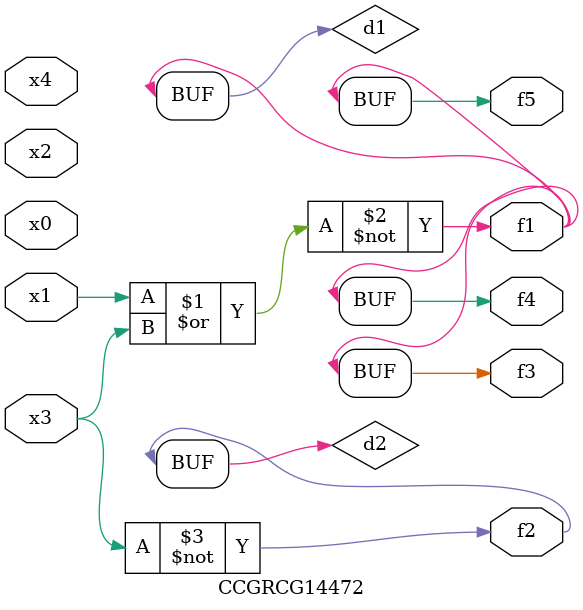
<source format=v>
module CCGRCG14472(
	input x0, x1, x2, x3, x4,
	output f1, f2, f3, f4, f5
);

	wire d1, d2;

	nor (d1, x1, x3);
	not (d2, x3);
	assign f1 = d1;
	assign f2 = d2;
	assign f3 = d1;
	assign f4 = d1;
	assign f5 = d1;
endmodule

</source>
